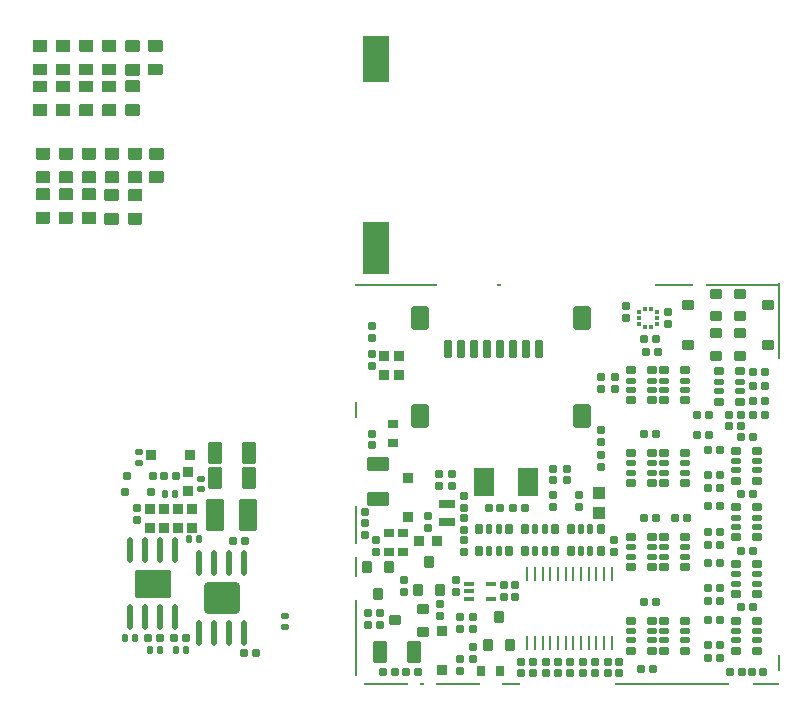
<source format=gbp>
G75*
G70*
%OFA0B0*%
%FSLAX25Y25*%
%IPPOS*%
%LPD*%
%AMOC8*
5,1,8,0,0,1.08239X$1,22.5*
%
%AMM100*
21,1,0.035430,0.030320,-0.000000,0.000000,0.000000*
21,1,0.028350,0.037400,-0.000000,0.000000,0.000000*
1,1,0.007090,0.014170,-0.015160*
1,1,0.007090,-0.014170,-0.015160*
1,1,0.007090,-0.014170,0.015160*
1,1,0.007090,0.014170,0.015160*
%
%AMM103*
21,1,0.027560,0.030710,-0.000000,0.000000,90.000000*
21,1,0.022050,0.036220,-0.000000,0.000000,90.000000*
1,1,0.005510,0.015350,0.011020*
1,1,0.005510,0.015350,-0.011020*
1,1,0.005510,-0.015350,-0.011020*
1,1,0.005510,-0.015350,0.011020*
%
%AMM124*
21,1,0.033470,0.026770,-0.000000,0.000000,180.000000*
21,1,0.026770,0.033470,-0.000000,0.000000,180.000000*
1,1,0.006690,-0.013390,0.013390*
1,1,0.006690,0.013390,0.013390*
1,1,0.006690,0.013390,-0.013390*
1,1,0.006690,-0.013390,-0.013390*
%
%AMM125*
21,1,0.025590,0.026380,-0.000000,0.000000,90.000000*
21,1,0.020470,0.031500,-0.000000,0.000000,90.000000*
1,1,0.005120,0.013190,0.010240*
1,1,0.005120,0.013190,-0.010240*
1,1,0.005120,-0.013190,-0.010240*
1,1,0.005120,-0.013190,0.010240*
%
%AMM126*
21,1,0.017720,0.027950,-0.000000,0.000000,90.000000*
21,1,0.014170,0.031500,-0.000000,0.000000,90.000000*
1,1,0.003540,0.013980,0.007090*
1,1,0.003540,0.013980,-0.007090*
1,1,0.003540,-0.013980,-0.007090*
1,1,0.003540,-0.013980,0.007090*
%
%AMM127*
21,1,0.033470,0.026770,-0.000000,0.000000,90.000000*
21,1,0.026770,0.033470,-0.000000,0.000000,90.000000*
1,1,0.006690,0.013390,0.013390*
1,1,0.006690,0.013390,-0.013390*
1,1,0.006690,-0.013390,-0.013390*
1,1,0.006690,-0.013390,0.013390*
%
%AMM128*
21,1,0.078740,0.045670,-0.000000,0.000000,270.000000*
21,1,0.067320,0.057090,-0.000000,0.000000,270.000000*
1,1,0.011420,-0.022840,-0.033660*
1,1,0.011420,-0.022840,0.033660*
1,1,0.011420,0.022840,0.033660*
1,1,0.011420,0.022840,-0.033660*
%
%AMM129*
21,1,0.059060,0.020470,-0.000000,0.000000,270.000000*
21,1,0.053940,0.025590,-0.000000,0.000000,270.000000*
1,1,0.005120,-0.010240,-0.026970*
1,1,0.005120,-0.010240,0.026970*
1,1,0.005120,0.010240,0.026970*
1,1,0.005120,0.010240,-0.026970*
%
%AMM130*
21,1,0.035430,0.030320,-0.000000,0.000000,270.000000*
21,1,0.028350,0.037400,-0.000000,0.000000,270.000000*
1,1,0.007090,-0.015160,-0.014170*
1,1,0.007090,-0.015160,0.014170*
1,1,0.007090,0.015160,0.014170*
1,1,0.007090,0.015160,-0.014170*
%
%AMM131*
21,1,0.012600,0.028980,-0.000000,0.000000,270.000000*
21,1,0.010080,0.031500,-0.000000,0.000000,270.000000*
1,1,0.002520,-0.014490,-0.005040*
1,1,0.002520,-0.014490,0.005040*
1,1,0.002520,0.014490,0.005040*
1,1,0.002520,0.014490,-0.005040*
%
%AMM132*
21,1,0.070870,0.036220,-0.000000,0.000000,90.000000*
21,1,0.061810,0.045280,-0.000000,0.000000,90.000000*
1,1,0.009060,0.018110,0.030910*
1,1,0.009060,0.018110,-0.030910*
1,1,0.009060,-0.018110,-0.030910*
1,1,0.009060,-0.018110,0.030910*
%
%AMM133*
21,1,0.035830,0.026770,-0.000000,0.000000,90.000000*
21,1,0.029130,0.033470,-0.000000,0.000000,90.000000*
1,1,0.006690,0.013390,0.014570*
1,1,0.006690,0.013390,-0.014570*
1,1,0.006690,-0.013390,-0.014570*
1,1,0.006690,-0.013390,0.014570*
%
%AMM134*
21,1,0.027560,0.049610,-0.000000,0.000000,90.000000*
21,1,0.022050,0.055120,-0.000000,0.000000,90.000000*
1,1,0.005510,0.024800,0.011020*
1,1,0.005510,0.024800,-0.011020*
1,1,0.005510,-0.024800,-0.011020*
1,1,0.005510,-0.024800,0.011020*
%
%AMM135*
21,1,0.070870,0.036220,-0.000000,0.000000,180.000000*
21,1,0.061810,0.045280,-0.000000,0.000000,180.000000*
1,1,0.009060,-0.030910,0.018110*
1,1,0.009060,0.030910,0.018110*
1,1,0.009060,0.030910,-0.018110*
1,1,0.009060,-0.030910,-0.018110*
%
%AMM136*
21,1,0.027560,0.030710,-0.000000,0.000000,180.000000*
21,1,0.022050,0.036220,-0.000000,0.000000,180.000000*
1,1,0.005510,-0.011020,0.015350*
1,1,0.005510,0.011020,0.015350*
1,1,0.005510,0.011020,-0.015350*
1,1,0.005510,-0.011020,-0.015350*
%
%AMM42*
21,1,0.035830,0.026770,0.000000,0.000000,0.000000*
21,1,0.029130,0.033470,0.000000,0.000000,0.000000*
1,1,0.006690,0.014570,-0.013390*
1,1,0.006690,-0.014570,-0.013390*
1,1,0.006690,-0.014570,0.013390*
1,1,0.006690,0.014570,0.013390*
%
%AMM44*
21,1,0.070870,0.036220,0.000000,0.000000,90.000000*
21,1,0.061810,0.045280,0.000000,0.000000,90.000000*
1,1,0.009060,0.018110,0.030910*
1,1,0.009060,0.018110,-0.030910*
1,1,0.009060,-0.018110,-0.030910*
1,1,0.009060,-0.018110,0.030910*
%
%AMM66*
21,1,0.023620,0.018900,0.000000,0.000000,90.000000*
21,1,0.018900,0.023620,0.000000,0.000000,90.000000*
1,1,0.004720,0.009450,0.009450*
1,1,0.004720,0.009450,-0.009450*
1,1,0.004720,-0.009450,-0.009450*
1,1,0.004720,-0.009450,0.009450*
%
%AMM67*
21,1,0.019680,0.019680,0.000000,0.000000,0.000000*
21,1,0.015750,0.023620,0.000000,0.000000,0.000000*
1,1,0.003940,0.007870,-0.009840*
1,1,0.003940,-0.007870,-0.009840*
1,1,0.003940,-0.007870,0.009840*
1,1,0.003940,0.007870,0.009840*
%
%AMM68*
21,1,0.019680,0.019680,0.000000,0.000000,270.000000*
21,1,0.015750,0.023620,0.000000,0.000000,270.000000*
1,1,0.003940,-0.009840,-0.007870*
1,1,0.003940,-0.009840,0.007870*
1,1,0.003940,0.009840,0.007870*
1,1,0.003940,0.009840,-0.007870*
%
%AMM82*
21,1,0.106300,0.050390,0.000000,0.000000,90.000000*
21,1,0.093700,0.062990,0.000000,0.000000,90.000000*
1,1,0.012600,0.025200,0.046850*
1,1,0.012600,0.025200,-0.046850*
1,1,0.012600,-0.025200,-0.046850*
1,1,0.012600,-0.025200,0.046850*
%
%AMM83*
21,1,0.033470,0.026770,0.000000,0.000000,270.000000*
21,1,0.026770,0.033470,0.000000,0.000000,270.000000*
1,1,0.006690,-0.013390,-0.013390*
1,1,0.006690,-0.013390,0.013390*
1,1,0.006690,0.013390,0.013390*
1,1,0.006690,0.013390,-0.013390*
%
%AMM84*
21,1,0.023620,0.018900,0.000000,0.000000,180.000000*
21,1,0.018900,0.023620,0.000000,0.000000,180.000000*
1,1,0.004720,-0.009450,0.009450*
1,1,0.004720,0.009450,0.009450*
1,1,0.004720,0.009450,-0.009450*
1,1,0.004720,-0.009450,-0.009450*
%
%AMM85*
21,1,0.122050,0.075590,0.000000,0.000000,180.000000*
21,1,0.103150,0.094490,0.000000,0.000000,180.000000*
1,1,0.018900,-0.051580,0.037800*
1,1,0.018900,0.051580,0.037800*
1,1,0.018900,0.051580,-0.037800*
1,1,0.018900,-0.051580,-0.037800*
%
%AMM86*
21,1,0.118110,0.083460,0.000000,0.000000,0.000000*
21,1,0.097240,0.104330,0.000000,0.000000,0.000000*
1,1,0.020870,0.048620,-0.041730*
1,1,0.020870,-0.048620,-0.041730*
1,1,0.020870,-0.048620,0.041730*
1,1,0.020870,0.048620,0.041730*
%
%AMM92*
21,1,0.025590,0.026380,-0.000000,0.000000,0.000000*
21,1,0.020470,0.031500,-0.000000,0.000000,0.000000*
1,1,0.005120,0.010240,-0.013190*
1,1,0.005120,-0.010240,-0.013190*
1,1,0.005120,-0.010240,0.013190*
1,1,0.005120,0.010240,0.013190*
%
%AMM93*
21,1,0.017720,0.027950,-0.000000,0.000000,0.000000*
21,1,0.014170,0.031500,-0.000000,0.000000,0.000000*
1,1,0.003540,0.007090,-0.013980*
1,1,0.003540,-0.007090,-0.013980*
1,1,0.003540,-0.007090,0.013980*
1,1,0.003540,0.007090,0.013980*
%
%AMM96*
21,1,0.027560,0.018900,-0.000000,0.000000,180.000000*
21,1,0.022840,0.023620,-0.000000,0.000000,180.000000*
1,1,0.004720,-0.011420,0.009450*
1,1,0.004720,0.011420,0.009450*
1,1,0.004720,0.011420,-0.009450*
1,1,0.004720,-0.011420,-0.009450*
%
%AMM98*
21,1,0.027560,0.018900,-0.000000,0.000000,270.000000*
21,1,0.022840,0.023620,-0.000000,0.000000,270.000000*
1,1,0.004720,-0.009450,-0.011420*
1,1,0.004720,-0.009450,0.011420*
1,1,0.004720,0.009450,0.011420*
1,1,0.004720,0.009450,-0.011420*
%
%ADD141R,0.01378X0.01476*%
%ADD146M42*%
%ADD148R,0.01476X0.01378*%
%ADD151M44*%
%ADD18R,0.14567X0.00787*%
%ADD181M66*%
%ADD182M67*%
%ADD183M68*%
%ADD19R,0.01575X0.00787*%
%ADD20R,0.06299X0.00787*%
%ADD200M82*%
%ADD201M83*%
%ADD202M84*%
%ADD203O,0.01968X0.08661*%
%ADD204M85*%
%ADD205M86*%
%ADD21R,0.38189X0.00787*%
%ADD212M92*%
%ADD213M93*%
%ADD217M96*%
%ADD219M98*%
%ADD22R,0.09055X0.00787*%
%ADD221M100*%
%ADD225M103*%
%ADD23R,0.00787X0.05512*%
%ADD24R,0.00787X0.25197*%
%ADD248M124*%
%ADD249M125*%
%ADD25R,0.00787X0.06693*%
%ADD250M126*%
%ADD251M127*%
%ADD252M128*%
%ADD253M129*%
%ADD254M130*%
%ADD255M131*%
%ADD256O,0.00984X0.04961*%
%ADD257M132*%
%ADD258M133*%
%ADD259R,0.06693X0.09449*%
%ADD26R,0.00787X0.12992*%
%ADD260M134*%
%ADD261R,0.04331X0.03937*%
%ADD262M135*%
%ADD263M136*%
%ADD27R,0.27559X0.00787*%
%ADD28R,0.12992X0.00787*%
%ADD29R,0.24803X0.00787*%
%ADD63R,0.09055X0.17323*%
%ADD64R,0.09055X0.15748*%
X0000000Y0000000D02*
%LPD*%
G01*
G36*
G01*
X0057579Y0203996D02*
X0053445Y0203996D01*
G75*
G02*
X0053051Y0204390I0000000J0000394D01*
G01*
X0053051Y0207539D01*
G75*
G02*
X0053445Y0207933I0000394J0000000D01*
G01*
X0057579Y0207933D01*
G75*
G02*
X0057973Y0207539I0000000J-000394D01*
G01*
X0057973Y0204390D01*
G75*
G02*
X0057579Y0203996I-000394J0000000D01*
G01*
G37*
G36*
G01*
X0057579Y0211870D02*
X0053445Y0211870D01*
G75*
G02*
X0053051Y0212264I0000000J0000394D01*
G01*
X0053051Y0215413D01*
G75*
G02*
X0053445Y0215807I0000394J0000000D01*
G01*
X0057579Y0215807D01*
G75*
G02*
X0057973Y0215413I0000000J-000394D01*
G01*
X0057973Y0212264D01*
G75*
G02*
X0057579Y0211870I-000394J0000000D01*
G01*
G37*
G36*
G01*
X0042028Y0203937D02*
X0037894Y0203937D01*
G75*
G02*
X0037500Y0204331I0000000J0000394D01*
G01*
X0037500Y0207480D01*
G75*
G02*
X0037894Y0207874I0000394J0000000D01*
G01*
X0042028Y0207874D01*
G75*
G02*
X0042421Y0207480I0000000J-000394D01*
G01*
X0042421Y0204331D01*
G75*
G02*
X0042028Y0203937I-000394J0000000D01*
G01*
G37*
G36*
G01*
X0042028Y0211811D02*
X0037894Y0211811D01*
G75*
G02*
X0037500Y0212205I0000000J0000394D01*
G01*
X0037500Y0215354D01*
G75*
G02*
X0037894Y0215748I0000394J0000000D01*
G01*
X0042028Y0215748D01*
G75*
G02*
X0042421Y0215354I0000000J-000394D01*
G01*
X0042421Y0212205D01*
G75*
G02*
X0042028Y0211811I-000394J0000000D01*
G01*
G37*
G36*
G01*
X0037894Y0229252D02*
X0042028Y0229252D01*
G75*
G02*
X0042421Y0228858I0000000J-000394D01*
G01*
X0042421Y0225709D01*
G75*
G02*
X0042028Y0225315I-000394J0000000D01*
G01*
X0037894Y0225315D01*
G75*
G02*
X0037500Y0225709I0000000J0000394D01*
G01*
X0037500Y0228858D01*
G75*
G02*
X0037894Y0229252I0000394J0000000D01*
G01*
G37*
G36*
G01*
X0037894Y0221378D02*
X0042028Y0221378D01*
G75*
G02*
X0042421Y0220984I0000000J-000394D01*
G01*
X0042421Y0217835D01*
G75*
G02*
X0042028Y0217441I-000394J0000000D01*
G01*
X0037894Y0217441D01*
G75*
G02*
X0037500Y0217835I0000000J0000394D01*
G01*
X0037500Y0220984D01*
G75*
G02*
X0037894Y0221378I0000394J0000000D01*
G01*
G37*
G36*
G01*
X0038878Y0193307D02*
X0043012Y0193307D01*
G75*
G02*
X0043406Y0192913I0000000J-000394D01*
G01*
X0043406Y0189764D01*
G75*
G02*
X0043012Y0189370I-000394J0000000D01*
G01*
X0038878Y0189370D01*
G75*
G02*
X0038484Y0189764I0000000J0000394D01*
G01*
X0038484Y0192913D01*
G75*
G02*
X0038878Y0193307I0000394J0000000D01*
G01*
G37*
G36*
G01*
X0038878Y0185433D02*
X0043012Y0185433D01*
G75*
G02*
X0043406Y0185039I0000000J-000394D01*
G01*
X0043406Y0181890D01*
G75*
G02*
X0043012Y0181496I-000394J0000000D01*
G01*
X0038878Y0181496D01*
G75*
G02*
X0038484Y0181890I0000000J0000394D01*
G01*
X0038484Y0185039D01*
G75*
G02*
X0038878Y0185433I0000394J0000000D01*
G01*
G37*
G36*
G01*
X0043012Y0167992D02*
X0038878Y0167992D01*
G75*
G02*
X0038484Y0168386I0000000J0000394D01*
G01*
X0038484Y0171535D01*
G75*
G02*
X0038878Y0171929I0000394J0000000D01*
G01*
X0043012Y0171929D01*
G75*
G02*
X0043406Y0171535I0000000J-000394D01*
G01*
X0043406Y0168386D01*
G75*
G02*
X0043012Y0167992I-000394J0000000D01*
G01*
G37*
G36*
G01*
X0043012Y0175866D02*
X0038878Y0175866D01*
G75*
G02*
X0038484Y0176260I0000000J0000394D01*
G01*
X0038484Y0179409D01*
G75*
G02*
X0038878Y0179803I0000394J0000000D01*
G01*
X0043012Y0179803D01*
G75*
G02*
X0043406Y0179409I0000000J-000394D01*
G01*
X0043406Y0176260D01*
G75*
G02*
X0043012Y0175866I-000394J0000000D01*
G01*
G37*
G36*
G01*
X0035335Y0167992D02*
X0031201Y0167992D01*
G75*
G02*
X0030807Y0168386I0000000J0000394D01*
G01*
X0030807Y0171535D01*
G75*
G02*
X0031201Y0171929I0000394J0000000D01*
G01*
X0035335Y0171929D01*
G75*
G02*
X0035728Y0171535I0000000J-000394D01*
G01*
X0035728Y0168386D01*
G75*
G02*
X0035335Y0167992I-000394J0000000D01*
G01*
G37*
G36*
G01*
X0035335Y0175866D02*
X0031201Y0175866D01*
G75*
G02*
X0030807Y0176260I0000000J0000394D01*
G01*
X0030807Y0179409D01*
G75*
G02*
X0031201Y0179803I0000394J0000000D01*
G01*
X0035335Y0179803D01*
G75*
G02*
X0035728Y0179409I0000000J-000394D01*
G01*
X0035728Y0176260D01*
G75*
G02*
X0035335Y0175866I-000394J0000000D01*
G01*
G37*
G36*
G01*
X0026673Y0203937D02*
X0022540Y0203937D01*
G75*
G02*
X0022146Y0204331I0000000J0000394D01*
G01*
X0022146Y0207480D01*
G75*
G02*
X0022540Y0207874I0000394J0000000D01*
G01*
X0026673Y0207874D01*
G75*
G02*
X0027067Y0207480I0000000J-000394D01*
G01*
X0027067Y0204331D01*
G75*
G02*
X0026673Y0203937I-000394J0000000D01*
G01*
G37*
G36*
G01*
X0026673Y0211811D02*
X0022540Y0211811D01*
G75*
G02*
X0022146Y0212205I0000000J0000394D01*
G01*
X0022146Y0215354D01*
G75*
G02*
X0022540Y0215748I0000394J0000000D01*
G01*
X0026673Y0215748D01*
G75*
G02*
X0027067Y0215354I0000000J-000394D01*
G01*
X0027067Y0212205D01*
G75*
G02*
X0026673Y0211811I-000394J0000000D01*
G01*
G37*
G36*
G01*
X0049705Y0203937D02*
X0045571Y0203937D01*
G75*
G02*
X0045177Y0204331I0000000J0000394D01*
G01*
X0045177Y0207480D01*
G75*
G02*
X0045571Y0207874I0000394J0000000D01*
G01*
X0049705Y0207874D01*
G75*
G02*
X0050098Y0207480I0000000J-000394D01*
G01*
X0050098Y0204331D01*
G75*
G02*
X0049705Y0203937I-000394J0000000D01*
G01*
G37*
G36*
G01*
X0049705Y0211811D02*
X0045571Y0211811D01*
G75*
G02*
X0045177Y0212205I0000000J0000394D01*
G01*
X0045177Y0215354D01*
G75*
G02*
X0045571Y0215748I0000394J0000000D01*
G01*
X0049705Y0215748D01*
G75*
G02*
X0050098Y0215354I0000000J-000394D01*
G01*
X0050098Y0212205D01*
G75*
G02*
X0049705Y0211811I-000394J0000000D01*
G01*
G37*
G36*
G01*
X0034351Y0203937D02*
X0030217Y0203937D01*
G75*
G02*
X0029823Y0204331I0000000J0000394D01*
G01*
X0029823Y0207480D01*
G75*
G02*
X0030217Y0207874I0000394J0000000D01*
G01*
X0034351Y0207874D01*
G75*
G02*
X0034744Y0207480I0000000J-000394D01*
G01*
X0034744Y0204331D01*
G75*
G02*
X0034351Y0203937I-000394J0000000D01*
G01*
G37*
G36*
G01*
X0034351Y0211811D02*
X0030217Y0211811D01*
G75*
G02*
X0029823Y0212205I0000000J0000394D01*
G01*
X0029823Y0215354D01*
G75*
G02*
X0030217Y0215748I0000394J0000000D01*
G01*
X0034351Y0215748D01*
G75*
G02*
X0034744Y0215354I0000000J-000394D01*
G01*
X0034744Y0212205D01*
G75*
G02*
X0034351Y0211811I-000394J0000000D01*
G01*
G37*
G36*
G01*
X0060926Y0229252D02*
X0065059Y0229252D01*
G75*
G02*
X0065453Y0228858I0000000J-000394D01*
G01*
X0065453Y0225709D01*
G75*
G02*
X0065059Y0225315I-000394J0000000D01*
G01*
X0060926Y0225315D01*
G75*
G02*
X0060532Y0225709I0000000J0000394D01*
G01*
X0060532Y0228858D01*
G75*
G02*
X0060926Y0229252I0000394J0000000D01*
G01*
G37*
G36*
G01*
X0060926Y0221378D02*
X0065059Y0221378D01*
G75*
G02*
X0065453Y0220984I0000000J-000394D01*
G01*
X0065453Y0217835D01*
G75*
G02*
X0065059Y0217441I-000394J0000000D01*
G01*
X0060926Y0217441D01*
G75*
G02*
X0060532Y0217835I0000000J0000394D01*
G01*
X0060532Y0220984D01*
G75*
G02*
X0060926Y0221378I0000394J0000000D01*
G01*
G37*
G36*
G01*
X0023524Y0193307D02*
X0027658Y0193307D01*
G75*
G02*
X0028051Y0192913I0000000J-000394D01*
G01*
X0028051Y0189764D01*
G75*
G02*
X0027658Y0189370I-000394J0000000D01*
G01*
X0023524Y0189370D01*
G75*
G02*
X0023130Y0189764I0000000J0000394D01*
G01*
X0023130Y0192913D01*
G75*
G02*
X0023524Y0193307I0000394J0000000D01*
G01*
G37*
G36*
G01*
X0023524Y0185433D02*
X0027658Y0185433D01*
G75*
G02*
X0028051Y0185039I0000000J-000394D01*
G01*
X0028051Y0181890D01*
G75*
G02*
X0027658Y0181496I-000394J0000000D01*
G01*
X0023524Y0181496D01*
G75*
G02*
X0023130Y0181890I0000000J0000394D01*
G01*
X0023130Y0185039D01*
G75*
G02*
X0023524Y0185433I0000394J0000000D01*
G01*
G37*
G36*
G01*
X0027658Y0167992D02*
X0023524Y0167992D01*
G75*
G02*
X0023130Y0168386I0000000J0000394D01*
G01*
X0023130Y0171535D01*
G75*
G02*
X0023524Y0171929I0000394J0000000D01*
G01*
X0027658Y0171929D01*
G75*
G02*
X0028051Y0171535I0000000J-000394D01*
G01*
X0028051Y0168386D01*
G75*
G02*
X0027658Y0167992I-000394J0000000D01*
G01*
G37*
G36*
G01*
X0027658Y0175866D02*
X0023524Y0175866D01*
G75*
G02*
X0023130Y0176260I0000000J0000394D01*
G01*
X0023130Y0179409D01*
G75*
G02*
X0023524Y0179803I0000394J0000000D01*
G01*
X0027658Y0179803D01*
G75*
G02*
X0028051Y0179409I0000000J-000394D01*
G01*
X0028051Y0176260D01*
G75*
G02*
X0027658Y0175866I-000394J0000000D01*
G01*
G37*
G36*
G01*
X0054232Y0193307D02*
X0058366Y0193307D01*
G75*
G02*
X0058760Y0192913I0000000J-000394D01*
G01*
X0058760Y0189764D01*
G75*
G02*
X0058366Y0189370I-000394J0000000D01*
G01*
X0054232Y0189370D01*
G75*
G02*
X0053838Y0189764I0000000J0000394D01*
G01*
X0053838Y0192913D01*
G75*
G02*
X0054232Y0193307I0000394J0000000D01*
G01*
G37*
G36*
G01*
X0054232Y0185433D02*
X0058366Y0185433D01*
G75*
G02*
X0058760Y0185039I0000000J-000394D01*
G01*
X0058760Y0181890D01*
G75*
G02*
X0058366Y0181496I-000394J0000000D01*
G01*
X0054232Y0181496D01*
G75*
G02*
X0053838Y0181890I0000000J0000394D01*
G01*
X0053838Y0185039D01*
G75*
G02*
X0054232Y0185433I0000394J0000000D01*
G01*
G37*
D63*
X0136614Y0159842D03*
D64*
X0136614Y0222834D03*
G36*
G01*
X0058366Y0167717D02*
X0054232Y0167717D01*
G75*
G02*
X0053839Y0168110I0000000J0000394D01*
G01*
X0053839Y0171260D01*
G75*
G02*
X0054232Y0171654I0000394J0000000D01*
G01*
X0058366Y0171654D01*
G75*
G02*
X0058760Y0171260I0000000J-000394D01*
G01*
X0058760Y0168110D01*
G75*
G02*
X0058366Y0167717I-000394J0000000D01*
G01*
G37*
G36*
G01*
X0058366Y0175591D02*
X0054232Y0175591D01*
G75*
G02*
X0053839Y0175984I0000000J0000394D01*
G01*
X0053839Y0179134D01*
G75*
G02*
X0054232Y0179528I0000394J0000000D01*
G01*
X0058366Y0179528D01*
G75*
G02*
X0058760Y0179134I0000000J-000394D01*
G01*
X0058760Y0175984D01*
G75*
G02*
X0058366Y0175591I-000394J0000000D01*
G01*
G37*
G36*
G01*
X0061319Y0193307D02*
X0065453Y0193307D01*
G75*
G02*
X0065846Y0192913I0000000J-000394D01*
G01*
X0065846Y0189764D01*
G75*
G02*
X0065453Y0189370I-000394J0000000D01*
G01*
X0061319Y0189370D01*
G75*
G02*
X0060925Y0189764I0000000J0000394D01*
G01*
X0060925Y0192913D01*
G75*
G02*
X0061319Y0193307I0000394J0000000D01*
G01*
G37*
G36*
G01*
X0061319Y0185433D02*
X0065453Y0185433D01*
G75*
G02*
X0065846Y0185039I0000000J-000394D01*
G01*
X0065846Y0181890D01*
G75*
G02*
X0065453Y0181496I-000394J0000000D01*
G01*
X0061319Y0181496D01*
G75*
G02*
X0060925Y0181890I0000000J0000394D01*
G01*
X0060925Y0185039D01*
G75*
G02*
X0061319Y0185433I0000394J0000000D01*
G01*
G37*
G36*
G01*
X0046555Y0193307D02*
X0050689Y0193307D01*
G75*
G02*
X0051083Y0192913I0000000J-000394D01*
G01*
X0051083Y0189764D01*
G75*
G02*
X0050689Y0189370I-000394J0000000D01*
G01*
X0046555Y0189370D01*
G75*
G02*
X0046161Y0189764I0000000J0000394D01*
G01*
X0046161Y0192913D01*
G75*
G02*
X0046555Y0193307I0000394J0000000D01*
G01*
G37*
G36*
G01*
X0046555Y0185433D02*
X0050689Y0185433D01*
G75*
G02*
X0051083Y0185039I0000000J-000394D01*
G01*
X0051083Y0181890D01*
G75*
G02*
X0050689Y0181496I-000394J0000000D01*
G01*
X0046555Y0181496D01*
G75*
G02*
X0046161Y0181890I0000000J0000394D01*
G01*
X0046161Y0185039D01*
G75*
G02*
X0046555Y0185433I0000394J0000000D01*
G01*
G37*
G36*
G01*
X0050492Y0167717D02*
X0046358Y0167717D01*
G75*
G02*
X0045965Y0168110I0000000J0000394D01*
G01*
X0045965Y0171260D01*
G75*
G02*
X0046358Y0171654I0000394J0000000D01*
G01*
X0050492Y0171654D01*
G75*
G02*
X0050886Y0171260I0000000J-000394D01*
G01*
X0050886Y0168110D01*
G75*
G02*
X0050492Y0167717I-000394J0000000D01*
G01*
G37*
G36*
G01*
X0050492Y0175591D02*
X0046358Y0175591D01*
G75*
G02*
X0045965Y0175984I0000000J0000394D01*
G01*
X0045965Y0179134D01*
G75*
G02*
X0046358Y0179528I0000394J0000000D01*
G01*
X0050492Y0179528D01*
G75*
G02*
X0050886Y0179134I0000000J-000394D01*
G01*
X0050886Y0175984D01*
G75*
G02*
X0050492Y0175591I-000394J0000000D01*
G01*
G37*
G36*
G01*
X0022540Y0229252D02*
X0026673Y0229252D01*
G75*
G02*
X0027067Y0228858I0000000J-000394D01*
G01*
X0027067Y0225709D01*
G75*
G02*
X0026673Y0225315I-000394J0000000D01*
G01*
X0022540Y0225315D01*
G75*
G02*
X0022146Y0225709I0000000J0000394D01*
G01*
X0022146Y0228858D01*
G75*
G02*
X0022540Y0229252I0000394J0000000D01*
G01*
G37*
G36*
G01*
X0022540Y0221378D02*
X0026673Y0221378D01*
G75*
G02*
X0027067Y0220984I0000000J-000394D01*
G01*
X0027067Y0217835D01*
G75*
G02*
X0026673Y0217441I-000394J0000000D01*
G01*
X0022540Y0217441D01*
G75*
G02*
X0022146Y0217835I0000000J0000394D01*
G01*
X0022146Y0220984D01*
G75*
G02*
X0022540Y0221378I0000394J0000000D01*
G01*
G37*
G36*
G01*
X0045571Y0229252D02*
X0049705Y0229252D01*
G75*
G02*
X0050098Y0228858I0000000J-000394D01*
G01*
X0050098Y0225709D01*
G75*
G02*
X0049705Y0225315I-000394J0000000D01*
G01*
X0045571Y0225315D01*
G75*
G02*
X0045177Y0225709I0000000J0000394D01*
G01*
X0045177Y0228858D01*
G75*
G02*
X0045571Y0229252I0000394J0000000D01*
G01*
G37*
G36*
G01*
X0045571Y0221378D02*
X0049705Y0221378D01*
G75*
G02*
X0050098Y0220984I0000000J-000394D01*
G01*
X0050098Y0217835D01*
G75*
G02*
X0049705Y0217441I-000394J0000000D01*
G01*
X0045571Y0217441D01*
G75*
G02*
X0045177Y0217835I0000000J0000394D01*
G01*
X0045177Y0220984D01*
G75*
G02*
X0045571Y0221378I0000394J0000000D01*
G01*
G37*
G36*
G01*
X0030217Y0229252D02*
X0034351Y0229252D01*
G75*
G02*
X0034744Y0228858I0000000J-000394D01*
G01*
X0034744Y0225709D01*
G75*
G02*
X0034351Y0225315I-000394J0000000D01*
G01*
X0030217Y0225315D01*
G75*
G02*
X0029823Y0225709I0000000J0000394D01*
G01*
X0029823Y0228858D01*
G75*
G02*
X0030217Y0229252I0000394J0000000D01*
G01*
G37*
G36*
G01*
X0030217Y0221378D02*
X0034351Y0221378D01*
G75*
G02*
X0034744Y0220984I0000000J-000394D01*
G01*
X0034744Y0217835D01*
G75*
G02*
X0034351Y0217441I-000394J0000000D01*
G01*
X0030217Y0217441D01*
G75*
G02*
X0029823Y0217835I0000000J0000394D01*
G01*
X0029823Y0220984D01*
G75*
G02*
X0030217Y0221378I0000394J0000000D01*
G01*
G37*
G36*
G01*
X0053445Y0229193D02*
X0057579Y0229193D01*
G75*
G02*
X0057973Y0228799I0000000J-000394D01*
G01*
X0057973Y0225650D01*
G75*
G02*
X0057579Y0225256I-000394J0000000D01*
G01*
X0053445Y0225256D01*
G75*
G02*
X0053051Y0225650I0000000J0000394D01*
G01*
X0053051Y0228799D01*
G75*
G02*
X0053445Y0229193I0000394J0000000D01*
G01*
G37*
G36*
G01*
X0053445Y0221319D02*
X0057579Y0221319D01*
G75*
G02*
X0057973Y0220925I0000000J-000394D01*
G01*
X0057973Y0217776D01*
G75*
G02*
X0057579Y0217382I-000394J0000000D01*
G01*
X0053445Y0217382D01*
G75*
G02*
X0053051Y0217776I0000000J0000394D01*
G01*
X0053051Y0220925D01*
G75*
G02*
X0053445Y0221319I0000394J0000000D01*
G01*
G37*
G36*
G01*
X0031201Y0193307D02*
X0035335Y0193307D01*
G75*
G02*
X0035728Y0192913I0000000J-000394D01*
G01*
X0035728Y0189764D01*
G75*
G02*
X0035335Y0189370I-000394J0000000D01*
G01*
X0031201Y0189370D01*
G75*
G02*
X0030807Y0189764I0000000J0000394D01*
G01*
X0030807Y0192913D01*
G75*
G02*
X0031201Y0193307I0000394J0000000D01*
G01*
G37*
G36*
G01*
X0031201Y0185433D02*
X0035335Y0185433D01*
G75*
G02*
X0035728Y0185039I0000000J-000394D01*
G01*
X0035728Y0181890D01*
G75*
G02*
X0035335Y0181496I-000394J0000000D01*
G01*
X0031201Y0181496D01*
G75*
G02*
X0030807Y0181890I0000000J0000394D01*
G01*
X0030807Y0185039D01*
G75*
G02*
X0031201Y0185433I0000394J0000000D01*
G01*
G37*
X0271260Y0014173D02*
G01*
G75*
D26*
X0129921Y0067520D02*
D03*
D25*
X0129921Y0053740D02*
D03*
D28*
X0236024Y0147638D02*
D03*
D23*
X0129921Y0105905D02*
D03*
X0270866Y0021653D02*
D03*
D24*
X0270866Y0135433D02*
D03*
X0129921Y0029921D02*
D03*
D21*
X0235236Y0014567D02*
D03*
D22*
X0266732Y0014567D02*
D03*
D20*
X0181496Y0014567D02*
D03*
D29*
X0258858Y0147638D02*
D03*
D27*
X0143307Y0147638D02*
D03*
D18*
X0163977Y0014567D02*
D03*
X0139961Y0014567D02*
D03*
D19*
X0151969Y0014567D02*
D03*
X0177559Y0147638D02*
D03*
D212*
X0186221Y0066142D02*
D03*
X0211516Y0066142D02*
D03*
X0196260Y0066142D02*
D03*
X0201476Y0066142D02*
D03*
X0170965Y0059055D02*
D03*
X0170965Y0066142D02*
D03*
X0181004Y0066142D02*
D03*
X0181004Y0059055D02*
D03*
X0211516Y0059055D02*
D03*
X0201476Y0059055D02*
D03*
X0196260Y0059055D02*
D03*
X0186221Y0059055D02*
D03*
D213*
X0189666Y0066142D02*
D03*
X0204921Y0066142D02*
D03*
X0192815Y0066142D02*
D03*
X0208071Y0066142D02*
D03*
X0177559Y0066142D02*
D03*
X0174410Y0066142D02*
D03*
X0174410Y0059055D02*
D03*
X0177559Y0059055D02*
D03*
X0204921Y0059055D02*
D03*
X0208071Y0059055D02*
D03*
X0189666Y0059055D02*
D03*
X0192815Y0059055D02*
D03*
D217*
X0133071Y0068110D02*
D03*
X0133071Y0064173D02*
D03*
X0136614Y0062598D02*
D03*
X0136614Y0058661D02*
D03*
X0153937Y0070472D02*
D03*
X0153937Y0066535D02*
D03*
X0211639Y0099125D02*
D03*
X0211639Y0095188D02*
D03*
X0211639Y0090929D02*
D03*
X0211639Y0086992D02*
D03*
X0179172Y0047607D02*
D03*
X0179172Y0043670D02*
D03*
X0182895Y0047607D02*
D03*
X0182895Y0043670D02*
D03*
X0146063Y0045191D02*
D03*
X0146063Y0049128D02*
D03*
X0135130Y0133825D02*
D03*
X0135369Y0098077D02*
D03*
X0211639Y0112992D02*
D03*
X0157481Y0080708D02*
D03*
X0161811Y0080708D02*
D03*
X0166030Y0077278D02*
D03*
X0165975Y0066001D02*
D03*
X0195635Y0086417D02*
D03*
X0195635Y0077628D02*
D03*
X0204120Y0073691D02*
D03*
X0233986Y0138608D02*
D03*
X0216142Y0112992D02*
D03*
X0133071Y0072047D02*
D03*
X0166066Y0058661D02*
D03*
X0164668Y0037008D02*
D03*
X0164668Y0022943D02*
D03*
X0168898Y0037008D02*
D03*
X0168898Y0022943D02*
D03*
X0215806Y0062646D02*
D03*
X0217717Y0018110D02*
D03*
X0157481Y0084645D02*
D03*
X0195635Y0073691D02*
D03*
X0195635Y0082480D02*
D03*
X0200123Y0082480D02*
D03*
X0200123Y0086417D02*
D03*
X0220079Y0140551D02*
D03*
X0220079Y0136614D02*
D03*
X0233986Y0134671D02*
D03*
X0163162Y0049226D02*
D03*
X0163162Y0045289D02*
D03*
X0164668Y0019005D02*
D03*
X0166066Y0062598D02*
D03*
X0204120Y0077628D02*
D03*
X0165975Y0069938D02*
D03*
X0166030Y0073341D02*
D03*
X0168898Y0033071D02*
D03*
X0215806Y0058709D02*
D03*
X0217717Y0022047D02*
D03*
X0135369Y0094140D02*
D03*
X0133071Y0068110D02*
D03*
X0158095Y0041338D02*
D03*
X0158095Y0037401D02*
D03*
X0164668Y0033071D02*
D03*
X0216142Y0116929D02*
D03*
X0211639Y0116929D02*
D03*
X0161811Y0084645D02*
D03*
X0135130Y0129888D02*
D03*
X0135130Y0120572D02*
D03*
X0135130Y0124509D02*
D03*
X0168898Y0026880D02*
D03*
X0213780Y0018110D02*
D03*
X0213780Y0022047D02*
D03*
X0201378Y0018110D02*
D03*
X0201378Y0022047D02*
D03*
X0197244Y0018110D02*
D03*
X0197244Y0022047D02*
D03*
X0188976Y0018110D02*
D03*
X0188976Y0022047D02*
D03*
X0193110Y0018110D02*
D03*
X0193110Y0022047D02*
D03*
X0184843Y0018110D02*
D03*
X0184843Y0022047D02*
D03*
X0205512Y0018110D02*
D03*
X0205512Y0022047D02*
D03*
X0209646Y0018110D02*
D03*
X0209646Y0022047D02*
D03*
D219*
X0182284Y0073100D02*
D03*
X0178051Y0073100D02*
D03*
X0266142Y0118504D02*
D03*
X0266142Y0113779D02*
D03*
X0266142Y0109055D02*
D03*
X0266142Y0104331D02*
D03*
X0137795Y0034252D02*
D03*
X0137795Y0038386D02*
D03*
X0230016Y0129566D02*
D03*
X0226079Y0129566D02*
D03*
X0138977Y0018637D02*
D03*
X0142913Y0018637D02*
D03*
X0174114Y0073100D02*
D03*
X0186221Y0073100D02*
D03*
X0230512Y0125394D02*
D03*
X0226575Y0125394D02*
D03*
X0258288Y0100621D02*
D03*
X0254351Y0100621D02*
D03*
X0254351Y0104331D02*
D03*
X0258288Y0104331D02*
D03*
X0243701Y0104331D02*
D03*
X0247638Y0104331D02*
D03*
X0262205Y0104331D02*
D03*
X0262205Y0109055D02*
D03*
X0262205Y0118504D02*
D03*
X0262205Y0113779D02*
D03*
X0229011Y0019672D02*
D03*
X0225074Y0019672D02*
D03*
X0225984Y0069882D02*
D03*
X0229921Y0069882D02*
D03*
X0236221Y0069882D02*
D03*
X0240158Y0069882D02*
D03*
X0225984Y0041929D02*
D03*
X0229921Y0041929D02*
D03*
X0251378Y0065354D02*
D03*
X0247441Y0065354D02*
D03*
X0251378Y0036024D02*
D03*
X0247441Y0036024D02*
D03*
X0251378Y0023228D02*
D03*
X0247441Y0023228D02*
D03*
X0258288Y0040120D02*
D03*
X0262225Y0040120D02*
D03*
X0258662Y0018504D02*
D03*
X0254725Y0018504D02*
D03*
X0261811Y0018701D02*
D03*
X0265748Y0018701D02*
D03*
X0150503Y0018637D02*
D03*
X0146566Y0018637D02*
D03*
X0133858Y0034252D02*
D03*
X0133858Y0038386D02*
D03*
X0247441Y0042126D02*
D03*
X0251378Y0042126D02*
D03*
X0247441Y0046456D02*
D03*
X0251378Y0046456D02*
D03*
X0247441Y0054921D02*
D03*
X0251378Y0054921D02*
D03*
X0262225Y0059087D02*
D03*
X0258288Y0059087D02*
D03*
X0229921Y0097834D02*
D03*
X0225984Y0097834D02*
D03*
X0247441Y0027559D02*
D03*
X0251378Y0027559D02*
D03*
X0262225Y0077930D02*
D03*
X0258288Y0077930D02*
D03*
X0247441Y0073819D02*
D03*
X0251378Y0073819D02*
D03*
X0247441Y0061024D02*
D03*
X0251378Y0061024D02*
D03*
X0262225Y0096910D02*
D03*
X0258288Y0096910D02*
D03*
X0247441Y0092717D02*
D03*
X0251378Y0092717D02*
D03*
X0247441Y0084252D02*
D03*
X0251378Y0084252D02*
D03*
X0247441Y0079921D02*
D03*
X0251378Y0079921D02*
D03*
X0243701Y0097698D02*
D03*
X0247638Y0097698D02*
D03*
D221*
X0141004Y0053730D02*
D03*
X0150479Y0045990D02*
D03*
X0173849Y0027657D02*
D03*
D225*
X0142421Y0101378D02*
D03*
X0142421Y0095078D02*
D03*
X0141043Y0064764D02*
D03*
X0141043Y0058464D02*
D03*
X0145669Y0064764D02*
D03*
X0145669Y0058464D02*
D03*
D221*
X0177590Y0036909D02*
D03*
X0157959Y0045990D02*
D03*
X0154219Y0055242D02*
D03*
X0133524Y0053730D02*
D03*
X0137264Y0044478D02*
D03*
X0181330Y0027657D02*
D03*
D248*
X0150866Y0062204D02*
D03*
X0157087Y0062204D02*
D03*
D249*
X0221654Y0091634D02*
D03*
X0228740Y0091634D02*
D03*
X0228740Y0081594D02*
D03*
X0221654Y0081594D02*
D03*
X0228740Y0063681D02*
D03*
X0228740Y0035728D02*
D03*
X0232677Y0053642D02*
D03*
X0257874Y0108760D02*
D03*
X0250788Y0108760D02*
D03*
X0250788Y0118799D02*
D03*
X0257874Y0118799D02*
D03*
X0239764Y0025689D02*
D03*
X0232677Y0025689D02*
D03*
X0232677Y0035728D02*
D03*
X0239764Y0035728D02*
D03*
X0221654Y0035728D02*
D03*
X0228740Y0025689D02*
D03*
X0221654Y0025689D02*
D03*
X0239764Y0053642D02*
D03*
X0232677Y0063681D02*
D03*
X0239764Y0063681D02*
D03*
X0221654Y0063681D02*
D03*
X0228740Y0053642D02*
D03*
X0221654Y0053642D02*
D03*
X0263583Y0054626D02*
D03*
X0256496Y0054626D02*
D03*
X0256496Y0044586D02*
D03*
X0263583Y0044586D02*
D03*
X0263583Y0035728D02*
D03*
X0256496Y0035728D02*
D03*
X0256496Y0025689D02*
D03*
X0263583Y0025689D02*
D03*
X0263583Y0073524D02*
D03*
X0256496Y0073524D02*
D03*
X0256496Y0063484D02*
D03*
X0263583Y0063484D02*
D03*
X0263583Y0092421D02*
D03*
X0256496Y0092421D02*
D03*
X0256496Y0082382D02*
D03*
X0263583Y0082382D02*
D03*
X0239764Y0091634D02*
D03*
X0232677Y0091634D02*
D03*
X0232677Y0081594D02*
D03*
X0239764Y0081594D02*
D03*
X0239764Y0119193D02*
D03*
X0232677Y0119193D02*
D03*
X0232677Y0109153D02*
D03*
X0239764Y0109153D02*
D03*
X0221654Y0109153D02*
D03*
X0228740Y0109153D02*
D03*
X0228740Y0119193D02*
D03*
X0221654Y0119193D02*
D03*
D250*
X0228740Y0085039D02*
D03*
X0228740Y0088189D02*
D03*
X0221654Y0088189D02*
D03*
X0221654Y0085039D02*
D03*
X0228740Y0060236D02*
D03*
X0228740Y0032283D02*
D03*
X0232677Y0057086D02*
D03*
X0250788Y0115354D02*
D03*
X0250788Y0112205D02*
D03*
X0257874Y0112205D02*
D03*
X0257874Y0115354D02*
D03*
X0232677Y0032283D02*
D03*
X0232677Y0029134D02*
D03*
X0239764Y0029134D02*
D03*
X0239764Y0032283D02*
D03*
X0228740Y0029134D02*
D03*
X0221654Y0032283D02*
D03*
X0221654Y0029134D02*
D03*
X0232677Y0060236D02*
D03*
X0239764Y0057086D02*
D03*
X0239764Y0060236D02*
D03*
X0228740Y0057087D02*
D03*
X0221654Y0060236D02*
D03*
X0221654Y0057087D02*
D03*
X0263583Y0051181D02*
D03*
X0263583Y0048031D02*
D03*
X0256496Y0048031D02*
D03*
X0256496Y0051181D02*
D03*
X0263583Y0032284D02*
D03*
X0263583Y0029134D02*
D03*
X0256496Y0029134D02*
D03*
X0256496Y0032284D02*
D03*
X0263583Y0070079D02*
D03*
X0263583Y0066929D02*
D03*
X0256496Y0066929D02*
D03*
X0256496Y0070079D02*
D03*
X0263583Y0088976D02*
D03*
X0263583Y0085827D02*
D03*
X0256496Y0085827D02*
D03*
X0256496Y0088976D02*
D03*
X0239764Y0088189D02*
D03*
X0239764Y0085039D02*
D03*
X0232677Y0085039D02*
D03*
X0232677Y0088189D02*
D03*
X0239764Y0115748D02*
D03*
X0239764Y0112598D02*
D03*
X0232677Y0112598D02*
D03*
X0232677Y0115748D02*
D03*
X0221654Y0112598D02*
D03*
X0221654Y0115748D02*
D03*
X0228740Y0115748D02*
D03*
X0228740Y0112598D02*
D03*
D251*
X0144390Y0123976D02*
D03*
X0139400Y0123976D02*
D03*
X0139400Y0117756D02*
D03*
X0144390Y0117756D02*
D03*
D252*
X0151280Y0136614D02*
D03*
X0151280Y0103937D02*
D03*
X0205413Y0136614D02*
D03*
X0205413Y0103937D02*
D03*
D253*
X0169311Y0126378D02*
D03*
X0160650Y0126378D02*
D03*
X0164980Y0126378D02*
D03*
X0173642Y0126378D02*
D03*
X0177973Y0126378D02*
D03*
X0182303Y0126378D02*
D03*
X0186634Y0126378D02*
D03*
X0190965Y0126378D02*
D03*
D254*
X0249921Y0144685D02*
D03*
X0249921Y0131481D02*
D03*
X0257953Y0137204D02*
D03*
X0257953Y0124001D02*
D03*
X0240669Y0140945D02*
D03*
X0240669Y0127741D02*
D03*
X0267205Y0127741D02*
D03*
X0152284Y0039567D02*
D03*
X0143032Y0035827D02*
D03*
X0267205Y0140945D02*
D03*
D148*
X0224148Y0138608D02*
D03*
X0224148Y0134671D02*
D03*
X0230152Y0138608D02*
D03*
X0230152Y0136640D02*
D03*
X0224148Y0136640D02*
D03*
X0230152Y0134671D02*
D03*
D255*
X0167500Y0048043D02*
D03*
X0167500Y0042925D02*
D03*
X0167500Y0045484D02*
D03*
X0174981Y0048043D02*
D03*
X0174981Y0042925D02*
D03*
D256*
X0187008Y0051260D02*
D03*
X0189567Y0028268D02*
D03*
X0187008Y0028268D02*
D03*
X0210039Y0051260D02*
D03*
X0212598Y0028268D02*
D03*
X0215158Y0028268D02*
D03*
X0210039Y0028268D02*
D03*
X0207480Y0028268D02*
D03*
X0204921Y0028268D02*
D03*
X0202362Y0028268D02*
D03*
X0199803Y0028268D02*
D03*
X0197244Y0028268D02*
D03*
X0194685Y0028268D02*
D03*
X0192126Y0028268D02*
D03*
X0215158Y0051260D02*
D03*
X0212598Y0051260D02*
D03*
X0207480Y0051260D02*
D03*
X0204921Y0051260D02*
D03*
X0202362Y0051260D02*
D03*
X0199803Y0051260D02*
D03*
X0197244Y0051260D02*
D03*
X0194685Y0051260D02*
D03*
X0192126Y0051260D02*
D03*
X0189567Y0051260D02*
D03*
D257*
X0149421Y0025197D02*
D03*
X0138003Y0025197D02*
D03*
D258*
X0147286Y0083287D02*
D03*
X0147286Y0070295D02*
D03*
X0158486Y0019210D02*
D03*
X0158486Y0032202D02*
D03*
D259*
X0172691Y0082062D02*
D03*
X0187258Y0082062D02*
D03*
D141*
X0228134Y0133638D02*
D03*
X0226166Y0133638D02*
D03*
X0226166Y0139642D02*
D03*
X0228134Y0139642D02*
D03*
D260*
X0160168Y0068651D02*
D03*
X0160168Y0074556D02*
D03*
D254*
X0249921Y0137204D02*
D03*
X0249921Y0124001D02*
D03*
X0257953Y0131481D02*
D03*
X0152284Y0032086D02*
D03*
X0257953Y0144685D02*
D03*
D261*
X0210827Y0071454D02*
D03*
X0210827Y0078147D02*
D03*
D262*
X0137290Y0087815D02*
D03*
X0137290Y0076398D02*
D03*
D263*
X0171654Y0018898D02*
D03*
X0177953Y0018898D02*
D03*
X0104183Y0148425D02*
%LPD*%
G01*
X0044587Y0014665D02*
G01*
G75*
D146*
X0074502Y0091043D02*
D03*
X0061510Y0091043D02*
D03*
D151*
X0094362Y0091437D02*
D03*
X0082945Y0091437D02*
D03*
X0094362Y0083405D02*
D03*
X0082945Y0083405D02*
D03*
D181*
X0056989Y0069389D02*
D03*
X0056989Y0073326D02*
D03*
X0053642Y0083956D02*
D03*
X0062304Y0083956D02*
D03*
X0052855Y0078708D02*
D03*
X0061516Y0078708D02*
D03*
D182*
X0064742Y0026082D02*
D03*
X0061198Y0026082D02*
D03*
X0074133Y0062815D02*
D03*
X0077677Y0062815D02*
D03*
X0066136Y0077920D02*
D03*
X0069679Y0077920D02*
D03*
X0073360Y0026082D02*
D03*
X0069817Y0026082D02*
D03*
X0052855Y0030019D02*
D03*
X0056398Y0030019D02*
D03*
D183*
X0078340Y0079495D02*
D03*
X0078340Y0083039D02*
D03*
X0057573Y0091897D02*
D03*
X0057573Y0088353D02*
D03*
X0106337Y0033580D02*
D03*
X0106337Y0037124D02*
D03*
D200*
X0093800Y0070964D02*
D03*
X0082776Y0070964D02*
D03*
D201*
X0061122Y0066641D02*
D03*
X0061122Y0072861D02*
D03*
X0075216Y0066641D02*
D03*
X0075216Y0072861D02*
D03*
X0070525Y0066641D02*
D03*
X0070525Y0072861D02*
D03*
X0065833Y0066641D02*
D03*
X0065833Y0072861D02*
D03*
X0074035Y0078885D02*
D03*
X0074035Y0085106D02*
D03*
D202*
X0064545Y0030019D02*
D03*
X0060608Y0030019D02*
D03*
X0069226Y0030019D02*
D03*
X0073163Y0030019D02*
D03*
X0065939Y0083956D02*
D03*
X0069876Y0083956D02*
D03*
X0088872Y0062342D02*
D03*
X0092809Y0062342D02*
D03*
X0096648Y0024901D02*
D03*
X0092710Y0024901D02*
D03*
D203*
X0069659Y0036779D02*
D03*
X0064659Y0036779D02*
D03*
X0059659Y0036779D02*
D03*
X0054659Y0036779D02*
D03*
X0069659Y0059416D02*
D03*
X0064659Y0059416D02*
D03*
X0059659Y0059416D02*
D03*
X0054659Y0059416D02*
D03*
X0092726Y0031496D02*
D03*
X0087726Y0031496D02*
D03*
X0082726Y0031496D02*
D03*
X0077726Y0031496D02*
D03*
X0092726Y0054921D02*
D03*
X0087726Y0054921D02*
D03*
X0082726Y0054921D02*
D03*
X0077726Y0054921D02*
D03*
D204*
X0062159Y0048097D02*
D03*
D205*
X0085226Y0043208D02*
D03*
M02*

</source>
